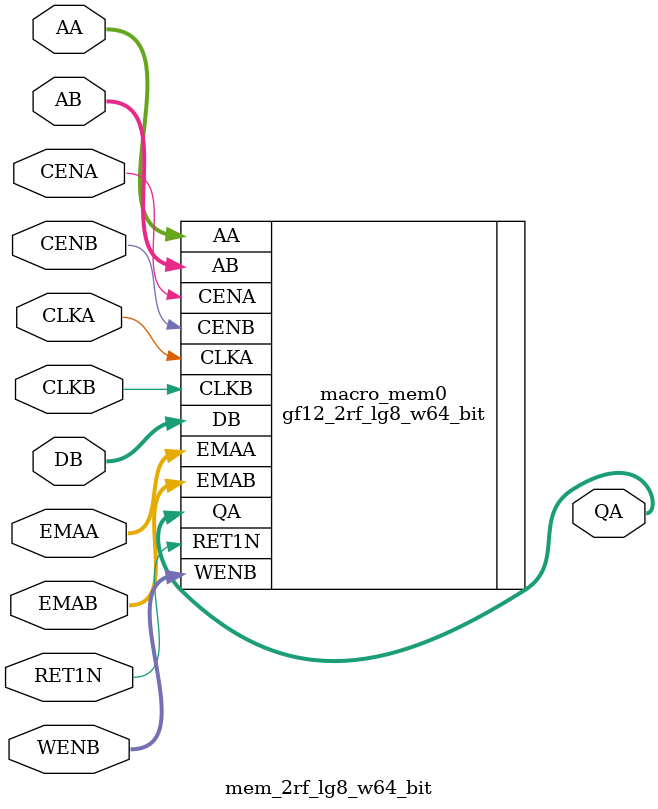
<source format=v>
module mem_1rf_lg6_w80_bit (Q, CLK, CEN, WEN, A, D, EMA, EMAW, GWEN, RET1N);

  output [79:0] Q;
  input         CLK;
  input         CEN;
  input  [79:0] WEN;
  input  [ 5:0] A;
  input  [79:0] D;
  input  [ 2:0] EMA;
  input  [ 1:0] EMAW;
  input         GWEN;
  input         RET1N;

  gf12_1rf_lg6_w80_bit macro_mem
  (
    .Q     (Q),
    .CLK   (CLK),
    .CEN   (CEN),
    .WEN   (WEN),
    .A     (A),
    .D     (D),
    .EMA   (EMA),
    .EMAW  (EMAW),
    .GWEN  (GWEN),
    .RET1N (RET1N)
  );

endmodule

module mem_1rf_lg8_w128_all (Q, CLK, CEN, WEN, A, D, EMA, EMAW, RET1N);

  output [127:0] Q;
  input          CLK;
  input          CEN;
  input          WEN;
  input  [  7:0] A;
  input  [127:0] D;
  input  [  2:0] EMA;
  input  [  1:0] EMAW;
  input          RET1N;


  gf12_1rf_lg8_w128_all macro_mem (
    .Q     (Q),
    .CLK   (CLK),
    .CEN   (CEN),
    .GWEN  (WEN),
    .A     (A),
    .D     (D),
    .EMA   (EMA),
    .EMAW  (EMAW),
    .RET1N (RET1N)
  );
endmodule

module mem_2rf_lg6_w44_bit (QA, CLKA, CENA, AA, CLKB, CENB, WENB, AB, DB, EMAA, EMAB, RET1N);

  output [43:0] QA;
  input         CLKA;
  input         CENA;
  input  [ 5:0] AA;
  input         CLKB;
  input         CENB;
  input  [43:0] WENB;
  input  [ 5:0] AB;
  input  [43:0] DB;
  input  [ 2:0] EMAA;
  input  [ 2:0] EMAB;
  input         RET1N;

  gf12_2rf_lg6_w44_bit macro_mem0 (
    .CLKA  (CLKA),
    .CLKB  (CLKB),
    .AA    (AA),
    .CENA  (CENA),
    .QA    (QA),
    .AB    (AB),
    .DB    (DB),
    .CENB  (CENB),
    .WENB  (WENB),
    .EMAA  (EMAA),
    .EMAB  (EMAB),
    .RET1N (RET1N)
  );

endmodule

module mem_2rf_lg8_w64_bit (QA, CLKA, CENA, AA, CLKB, CENB, WENB, AB, DB, EMAA, EMAB, RET1N);

  output [63:0] QA;
  input         CLKA;
  input         CENA;
  input  [7:0]  AA;
  input         CLKB;
  input         CENB;
  input  [63:0] WENB;
  input  [ 7:0] AB;
  input  [63:0] DB;
  input  [ 2:0] EMAA;
  input  [ 2:0] EMAB;
  input         RET1N;

  gf12_2rf_lg8_w64_bit macro_mem0 (
    .CLKA  (CLKA),
    .CLKB  (CLKB),
    .AA    (AA),
    .CENA  (CENA),
    .QA    (QA),
    .AB    (AB),
    .DB    (DB),
    .CENB  (CENB),
    .WENB  (WENB),
    .EMAA  (EMAA),
    .EMAB  (EMAB),
    .RET1N (RET1N)
  );

endmodule

</source>
